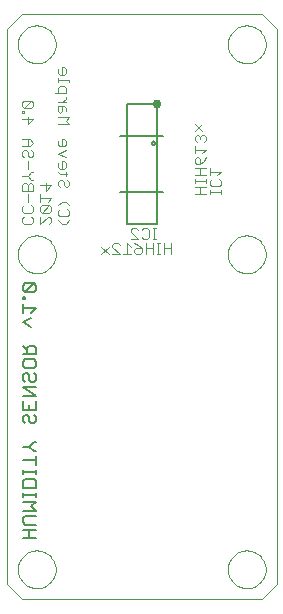
<source format=gbo>
G75*
G70*
%OFA0B0*%
%FSLAX24Y24*%
%IPPOS*%
%LPD*%
%AMOC8*
5,1,8,0,0,1.08239X$1,22.5*
%
%ADD10C,0.0000*%
%ADD11C,0.0040*%
%ADD12C,0.0060*%
%ADD13C,0.0080*%
%ADD14C,0.0300*%
D10*
X001675Y001175D02*
X001175Y001675D01*
X001175Y020175D01*
X001675Y020675D01*
X009675Y020675D01*
X010175Y020175D01*
X010175Y001675D01*
X009675Y001175D01*
X001675Y001175D01*
X001545Y002175D02*
X001547Y002225D01*
X001553Y002275D01*
X001563Y002324D01*
X001577Y002372D01*
X001594Y002419D01*
X001615Y002464D01*
X001640Y002508D01*
X001668Y002549D01*
X001700Y002588D01*
X001734Y002625D01*
X001771Y002659D01*
X001811Y002689D01*
X001853Y002716D01*
X001897Y002740D01*
X001943Y002761D01*
X001990Y002777D01*
X002038Y002790D01*
X002088Y002799D01*
X002137Y002804D01*
X002188Y002805D01*
X002238Y002802D01*
X002287Y002795D01*
X002336Y002784D01*
X002384Y002769D01*
X002430Y002751D01*
X002475Y002729D01*
X002518Y002703D01*
X002559Y002674D01*
X002598Y002642D01*
X002634Y002607D01*
X002666Y002569D01*
X002696Y002529D01*
X002723Y002486D01*
X002746Y002442D01*
X002765Y002396D01*
X002781Y002348D01*
X002793Y002299D01*
X002801Y002250D01*
X002805Y002200D01*
X002805Y002150D01*
X002801Y002100D01*
X002793Y002051D01*
X002781Y002002D01*
X002765Y001954D01*
X002746Y001908D01*
X002723Y001864D01*
X002696Y001821D01*
X002666Y001781D01*
X002634Y001743D01*
X002598Y001708D01*
X002559Y001676D01*
X002518Y001647D01*
X002475Y001621D01*
X002430Y001599D01*
X002384Y001581D01*
X002336Y001566D01*
X002287Y001555D01*
X002238Y001548D01*
X002188Y001545D01*
X002137Y001546D01*
X002088Y001551D01*
X002038Y001560D01*
X001990Y001573D01*
X001943Y001589D01*
X001897Y001610D01*
X001853Y001634D01*
X001811Y001661D01*
X001771Y001691D01*
X001734Y001725D01*
X001700Y001762D01*
X001668Y001801D01*
X001640Y001842D01*
X001615Y001886D01*
X001594Y001931D01*
X001577Y001978D01*
X001563Y002026D01*
X001553Y002075D01*
X001547Y002125D01*
X001545Y002175D01*
X001545Y012675D02*
X001547Y012725D01*
X001553Y012775D01*
X001563Y012824D01*
X001577Y012872D01*
X001594Y012919D01*
X001615Y012964D01*
X001640Y013008D01*
X001668Y013049D01*
X001700Y013088D01*
X001734Y013125D01*
X001771Y013159D01*
X001811Y013189D01*
X001853Y013216D01*
X001897Y013240D01*
X001943Y013261D01*
X001990Y013277D01*
X002038Y013290D01*
X002088Y013299D01*
X002137Y013304D01*
X002188Y013305D01*
X002238Y013302D01*
X002287Y013295D01*
X002336Y013284D01*
X002384Y013269D01*
X002430Y013251D01*
X002475Y013229D01*
X002518Y013203D01*
X002559Y013174D01*
X002598Y013142D01*
X002634Y013107D01*
X002666Y013069D01*
X002696Y013029D01*
X002723Y012986D01*
X002746Y012942D01*
X002765Y012896D01*
X002781Y012848D01*
X002793Y012799D01*
X002801Y012750D01*
X002805Y012700D01*
X002805Y012650D01*
X002801Y012600D01*
X002793Y012551D01*
X002781Y012502D01*
X002765Y012454D01*
X002746Y012408D01*
X002723Y012364D01*
X002696Y012321D01*
X002666Y012281D01*
X002634Y012243D01*
X002598Y012208D01*
X002559Y012176D01*
X002518Y012147D01*
X002475Y012121D01*
X002430Y012099D01*
X002384Y012081D01*
X002336Y012066D01*
X002287Y012055D01*
X002238Y012048D01*
X002188Y012045D01*
X002137Y012046D01*
X002088Y012051D01*
X002038Y012060D01*
X001990Y012073D01*
X001943Y012089D01*
X001897Y012110D01*
X001853Y012134D01*
X001811Y012161D01*
X001771Y012191D01*
X001734Y012225D01*
X001700Y012262D01*
X001668Y012301D01*
X001640Y012342D01*
X001615Y012386D01*
X001594Y012431D01*
X001577Y012478D01*
X001563Y012526D01*
X001553Y012575D01*
X001547Y012625D01*
X001545Y012675D01*
X001545Y019675D02*
X001547Y019725D01*
X001553Y019775D01*
X001563Y019824D01*
X001577Y019872D01*
X001594Y019919D01*
X001615Y019964D01*
X001640Y020008D01*
X001668Y020049D01*
X001700Y020088D01*
X001734Y020125D01*
X001771Y020159D01*
X001811Y020189D01*
X001853Y020216D01*
X001897Y020240D01*
X001943Y020261D01*
X001990Y020277D01*
X002038Y020290D01*
X002088Y020299D01*
X002137Y020304D01*
X002188Y020305D01*
X002238Y020302D01*
X002287Y020295D01*
X002336Y020284D01*
X002384Y020269D01*
X002430Y020251D01*
X002475Y020229D01*
X002518Y020203D01*
X002559Y020174D01*
X002598Y020142D01*
X002634Y020107D01*
X002666Y020069D01*
X002696Y020029D01*
X002723Y019986D01*
X002746Y019942D01*
X002765Y019896D01*
X002781Y019848D01*
X002793Y019799D01*
X002801Y019750D01*
X002805Y019700D01*
X002805Y019650D01*
X002801Y019600D01*
X002793Y019551D01*
X002781Y019502D01*
X002765Y019454D01*
X002746Y019408D01*
X002723Y019364D01*
X002696Y019321D01*
X002666Y019281D01*
X002634Y019243D01*
X002598Y019208D01*
X002559Y019176D01*
X002518Y019147D01*
X002475Y019121D01*
X002430Y019099D01*
X002384Y019081D01*
X002336Y019066D01*
X002287Y019055D01*
X002238Y019048D01*
X002188Y019045D01*
X002137Y019046D01*
X002088Y019051D01*
X002038Y019060D01*
X001990Y019073D01*
X001943Y019089D01*
X001897Y019110D01*
X001853Y019134D01*
X001811Y019161D01*
X001771Y019191D01*
X001734Y019225D01*
X001700Y019262D01*
X001668Y019301D01*
X001640Y019342D01*
X001615Y019386D01*
X001594Y019431D01*
X001577Y019478D01*
X001563Y019526D01*
X001553Y019575D01*
X001547Y019625D01*
X001545Y019675D01*
X008545Y019675D02*
X008547Y019725D01*
X008553Y019775D01*
X008563Y019824D01*
X008577Y019872D01*
X008594Y019919D01*
X008615Y019964D01*
X008640Y020008D01*
X008668Y020049D01*
X008700Y020088D01*
X008734Y020125D01*
X008771Y020159D01*
X008811Y020189D01*
X008853Y020216D01*
X008897Y020240D01*
X008943Y020261D01*
X008990Y020277D01*
X009038Y020290D01*
X009088Y020299D01*
X009137Y020304D01*
X009188Y020305D01*
X009238Y020302D01*
X009287Y020295D01*
X009336Y020284D01*
X009384Y020269D01*
X009430Y020251D01*
X009475Y020229D01*
X009518Y020203D01*
X009559Y020174D01*
X009598Y020142D01*
X009634Y020107D01*
X009666Y020069D01*
X009696Y020029D01*
X009723Y019986D01*
X009746Y019942D01*
X009765Y019896D01*
X009781Y019848D01*
X009793Y019799D01*
X009801Y019750D01*
X009805Y019700D01*
X009805Y019650D01*
X009801Y019600D01*
X009793Y019551D01*
X009781Y019502D01*
X009765Y019454D01*
X009746Y019408D01*
X009723Y019364D01*
X009696Y019321D01*
X009666Y019281D01*
X009634Y019243D01*
X009598Y019208D01*
X009559Y019176D01*
X009518Y019147D01*
X009475Y019121D01*
X009430Y019099D01*
X009384Y019081D01*
X009336Y019066D01*
X009287Y019055D01*
X009238Y019048D01*
X009188Y019045D01*
X009137Y019046D01*
X009088Y019051D01*
X009038Y019060D01*
X008990Y019073D01*
X008943Y019089D01*
X008897Y019110D01*
X008853Y019134D01*
X008811Y019161D01*
X008771Y019191D01*
X008734Y019225D01*
X008700Y019262D01*
X008668Y019301D01*
X008640Y019342D01*
X008615Y019386D01*
X008594Y019431D01*
X008577Y019478D01*
X008563Y019526D01*
X008553Y019575D01*
X008547Y019625D01*
X008545Y019675D01*
X008545Y012675D02*
X008547Y012725D01*
X008553Y012775D01*
X008563Y012824D01*
X008577Y012872D01*
X008594Y012919D01*
X008615Y012964D01*
X008640Y013008D01*
X008668Y013049D01*
X008700Y013088D01*
X008734Y013125D01*
X008771Y013159D01*
X008811Y013189D01*
X008853Y013216D01*
X008897Y013240D01*
X008943Y013261D01*
X008990Y013277D01*
X009038Y013290D01*
X009088Y013299D01*
X009137Y013304D01*
X009188Y013305D01*
X009238Y013302D01*
X009287Y013295D01*
X009336Y013284D01*
X009384Y013269D01*
X009430Y013251D01*
X009475Y013229D01*
X009518Y013203D01*
X009559Y013174D01*
X009598Y013142D01*
X009634Y013107D01*
X009666Y013069D01*
X009696Y013029D01*
X009723Y012986D01*
X009746Y012942D01*
X009765Y012896D01*
X009781Y012848D01*
X009793Y012799D01*
X009801Y012750D01*
X009805Y012700D01*
X009805Y012650D01*
X009801Y012600D01*
X009793Y012551D01*
X009781Y012502D01*
X009765Y012454D01*
X009746Y012408D01*
X009723Y012364D01*
X009696Y012321D01*
X009666Y012281D01*
X009634Y012243D01*
X009598Y012208D01*
X009559Y012176D01*
X009518Y012147D01*
X009475Y012121D01*
X009430Y012099D01*
X009384Y012081D01*
X009336Y012066D01*
X009287Y012055D01*
X009238Y012048D01*
X009188Y012045D01*
X009137Y012046D01*
X009088Y012051D01*
X009038Y012060D01*
X008990Y012073D01*
X008943Y012089D01*
X008897Y012110D01*
X008853Y012134D01*
X008811Y012161D01*
X008771Y012191D01*
X008734Y012225D01*
X008700Y012262D01*
X008668Y012301D01*
X008640Y012342D01*
X008615Y012386D01*
X008594Y012431D01*
X008577Y012478D01*
X008563Y012526D01*
X008553Y012575D01*
X008547Y012625D01*
X008545Y012675D01*
X008545Y002175D02*
X008547Y002225D01*
X008553Y002275D01*
X008563Y002324D01*
X008577Y002372D01*
X008594Y002419D01*
X008615Y002464D01*
X008640Y002508D01*
X008668Y002549D01*
X008700Y002588D01*
X008734Y002625D01*
X008771Y002659D01*
X008811Y002689D01*
X008853Y002716D01*
X008897Y002740D01*
X008943Y002761D01*
X008990Y002777D01*
X009038Y002790D01*
X009088Y002799D01*
X009137Y002804D01*
X009188Y002805D01*
X009238Y002802D01*
X009287Y002795D01*
X009336Y002784D01*
X009384Y002769D01*
X009430Y002751D01*
X009475Y002729D01*
X009518Y002703D01*
X009559Y002674D01*
X009598Y002642D01*
X009634Y002607D01*
X009666Y002569D01*
X009696Y002529D01*
X009723Y002486D01*
X009746Y002442D01*
X009765Y002396D01*
X009781Y002348D01*
X009793Y002299D01*
X009801Y002250D01*
X009805Y002200D01*
X009805Y002150D01*
X009801Y002100D01*
X009793Y002051D01*
X009781Y002002D01*
X009765Y001954D01*
X009746Y001908D01*
X009723Y001864D01*
X009696Y001821D01*
X009666Y001781D01*
X009634Y001743D01*
X009598Y001708D01*
X009559Y001676D01*
X009518Y001647D01*
X009475Y001621D01*
X009430Y001599D01*
X009384Y001581D01*
X009336Y001566D01*
X009287Y001555D01*
X009238Y001548D01*
X009188Y001545D01*
X009137Y001546D01*
X009088Y001551D01*
X009038Y001560D01*
X008990Y001573D01*
X008943Y001589D01*
X008897Y001610D01*
X008853Y001634D01*
X008811Y001661D01*
X008771Y001691D01*
X008734Y001725D01*
X008700Y001762D01*
X008668Y001801D01*
X008640Y001842D01*
X008615Y001886D01*
X008594Y001931D01*
X008577Y001978D01*
X008563Y002026D01*
X008553Y002075D01*
X008547Y002125D01*
X008545Y002175D01*
D11*
X006655Y012695D02*
X006655Y013055D01*
X006655Y012875D02*
X006415Y012875D01*
X006415Y013055D02*
X006415Y012695D01*
X006287Y012695D02*
X006167Y012695D01*
X006227Y012695D02*
X006227Y013055D01*
X006287Y013055D02*
X006167Y013055D01*
X006041Y013055D02*
X006041Y012695D01*
X006041Y012875D02*
X005801Y012875D01*
X005801Y013055D02*
X005801Y012695D01*
X005673Y012755D02*
X005613Y012695D01*
X005493Y012695D01*
X005433Y012755D01*
X005433Y012815D01*
X005493Y012875D01*
X005673Y012875D01*
X005673Y012755D01*
X005673Y012875D02*
X005553Y012995D01*
X005433Y013055D01*
X005305Y012935D02*
X005184Y013055D01*
X005184Y012695D01*
X005064Y012695D02*
X005305Y012695D01*
X005301Y013195D02*
X005541Y013195D01*
X005301Y013435D01*
X005301Y013495D01*
X005361Y013555D01*
X005481Y013555D01*
X005541Y013495D01*
X005669Y013495D02*
X005729Y013555D01*
X005849Y013555D01*
X005909Y013495D01*
X005909Y013255D01*
X005849Y013195D01*
X005729Y013195D01*
X005669Y013255D01*
X006035Y013195D02*
X006155Y013195D01*
X006095Y013195D02*
X006095Y013555D01*
X006155Y013555D02*
X006035Y013555D01*
X004936Y012995D02*
X004876Y013055D01*
X004756Y013055D01*
X004696Y012995D01*
X004696Y012935D01*
X004936Y012695D01*
X004696Y012695D01*
X004568Y012695D02*
X004328Y012935D01*
X004568Y012935D02*
X004328Y012695D01*
X003255Y013815D02*
X003135Y013695D01*
X003015Y013695D01*
X002895Y013815D01*
X002955Y013941D02*
X002895Y014001D01*
X002895Y014121D01*
X002955Y014181D01*
X002895Y014309D02*
X003015Y014429D01*
X003135Y014429D01*
X003255Y014309D01*
X003195Y014181D02*
X003255Y014121D01*
X003255Y014001D01*
X003195Y013941D01*
X002955Y013941D01*
X002655Y013875D02*
X002655Y013755D01*
X002595Y013695D01*
X002655Y013875D02*
X002595Y013935D01*
X002535Y013935D01*
X002295Y013695D01*
X002295Y013935D01*
X002355Y014063D02*
X002595Y014304D01*
X002355Y014304D01*
X002295Y014243D01*
X002295Y014123D01*
X002355Y014063D01*
X002595Y014063D01*
X002655Y014123D01*
X002655Y014243D01*
X002595Y014304D01*
X002535Y014432D02*
X002655Y014552D01*
X002295Y014552D01*
X002295Y014432D02*
X002295Y014672D01*
X002475Y014800D02*
X002475Y015040D01*
X002295Y014980D02*
X002655Y014980D01*
X002475Y014800D01*
X002055Y014800D02*
X002055Y014980D01*
X001995Y015040D01*
X001935Y015040D01*
X001875Y014980D01*
X001875Y014800D01*
X001875Y014672D02*
X001875Y014432D01*
X001755Y014304D02*
X001695Y014243D01*
X001695Y014123D01*
X001755Y014063D01*
X001995Y014063D01*
X002055Y014123D01*
X002055Y014243D01*
X001995Y014304D01*
X001995Y013935D02*
X002055Y013875D01*
X002055Y013755D01*
X001995Y013695D01*
X001755Y013695D01*
X001695Y013755D01*
X001695Y013875D01*
X001755Y013935D01*
X001695Y014800D02*
X001695Y014980D01*
X001755Y015040D01*
X001815Y015040D01*
X001875Y014980D01*
X001995Y015168D02*
X001875Y015288D01*
X001695Y015288D01*
X001875Y015288D02*
X001995Y015408D01*
X002055Y015408D01*
X002055Y015168D02*
X001995Y015168D01*
X002055Y014800D02*
X001695Y014800D01*
X001875Y015537D02*
X001875Y015777D01*
X001935Y015905D02*
X001875Y015965D01*
X001875Y016085D01*
X001815Y016145D01*
X001755Y016145D01*
X001695Y016085D01*
X001695Y015965D01*
X001755Y015905D01*
X001935Y015905D02*
X001995Y015905D01*
X002055Y015965D01*
X002055Y016085D01*
X001995Y016145D01*
X001935Y016273D02*
X002055Y016393D01*
X001935Y016513D01*
X001695Y016513D01*
X001695Y016273D02*
X001935Y016273D01*
X001875Y016273D02*
X001875Y016513D01*
X001875Y017010D02*
X001875Y017250D01*
X001755Y017378D02*
X001755Y017438D01*
X001695Y017438D01*
X001695Y017378D01*
X001755Y017378D01*
X001755Y017562D02*
X001695Y017622D01*
X001695Y017742D01*
X001755Y017803D01*
X001995Y017803D01*
X001755Y017562D01*
X001995Y017562D01*
X002055Y017622D01*
X002055Y017742D01*
X001995Y017803D01*
X002055Y017190D02*
X001695Y017190D01*
X001875Y017010D02*
X002055Y017190D01*
X002775Y018053D02*
X003135Y018053D01*
X003135Y018234D01*
X003075Y018294D01*
X002955Y018294D01*
X002895Y018234D01*
X002895Y018053D01*
X003135Y017867D02*
X003015Y017746D01*
X002895Y017746D02*
X003135Y017746D01*
X003135Y017867D02*
X003135Y017927D01*
X003075Y017618D02*
X002895Y017618D01*
X002895Y017438D01*
X002955Y017378D01*
X003015Y017438D01*
X003015Y017618D01*
X003075Y017618D02*
X003135Y017558D01*
X003135Y017438D01*
X003255Y017250D02*
X003135Y017130D01*
X003255Y017010D01*
X002895Y017010D01*
X002895Y017250D02*
X003255Y017250D01*
X003075Y016513D02*
X003015Y016513D01*
X003015Y016273D01*
X002955Y016273D02*
X003075Y016273D01*
X003135Y016333D01*
X003135Y016453D01*
X003075Y016513D01*
X002895Y016333D02*
X002955Y016273D01*
X002895Y016333D02*
X002895Y016453D01*
X003135Y016145D02*
X002895Y016025D01*
X003135Y015905D01*
X003075Y015777D02*
X003015Y015777D01*
X003015Y015537D01*
X002955Y015537D02*
X003075Y015537D01*
X003135Y015597D01*
X003135Y015717D01*
X003075Y015777D01*
X002895Y015597D02*
X002955Y015537D01*
X002895Y015597D02*
X002895Y015717D01*
X002895Y015411D02*
X002955Y015351D01*
X003195Y015351D01*
X003135Y015291D02*
X003135Y015411D01*
X003195Y015163D02*
X003255Y015103D01*
X003255Y014983D01*
X003195Y014923D01*
X003135Y014923D01*
X003075Y014983D01*
X003075Y015103D01*
X003015Y015163D01*
X002955Y015163D01*
X002895Y015103D01*
X002895Y014983D01*
X002955Y014923D01*
X002895Y018422D02*
X002895Y018542D01*
X002895Y018482D02*
X003255Y018482D01*
X003255Y018422D01*
X003075Y018667D02*
X003135Y018727D01*
X003135Y018847D01*
X003075Y018907D01*
X003015Y018907D01*
X003015Y018667D01*
X002955Y018667D02*
X003075Y018667D01*
X002955Y018667D02*
X002895Y018727D01*
X002895Y018847D01*
X007445Y017022D02*
X007685Y016782D01*
X007685Y016654D02*
X007625Y016594D01*
X007565Y016654D01*
X007505Y016654D01*
X007445Y016594D01*
X007445Y016474D01*
X007505Y016414D01*
X007445Y016286D02*
X007445Y016045D01*
X007445Y016166D02*
X007805Y016166D01*
X007685Y016045D01*
X007565Y015917D02*
X007625Y015857D01*
X007625Y015677D01*
X007505Y015677D01*
X007445Y015737D01*
X007445Y015857D01*
X007505Y015917D01*
X007565Y015917D01*
X007745Y015797D02*
X007625Y015677D01*
X007625Y015549D02*
X007625Y015309D01*
X007445Y015309D02*
X007805Y015309D01*
X007805Y015183D02*
X007805Y015063D01*
X007805Y015123D02*
X007445Y015123D01*
X007445Y015063D02*
X007445Y015183D01*
X007445Y014935D02*
X007805Y014935D01*
X007625Y014935D02*
X007625Y014695D01*
X007445Y014695D02*
X007805Y014695D01*
X007945Y014695D02*
X007945Y014815D01*
X007945Y014755D02*
X008305Y014755D01*
X008305Y014695D02*
X008305Y014815D01*
X008245Y014941D02*
X008005Y014941D01*
X007945Y015001D01*
X007945Y015121D01*
X008005Y015181D01*
X007945Y015309D02*
X007945Y015549D01*
X007945Y015429D02*
X008305Y015429D01*
X008185Y015309D01*
X008245Y015181D02*
X008305Y015121D01*
X008305Y015001D01*
X008245Y014941D01*
X007805Y015549D02*
X007445Y015549D01*
X007745Y015797D02*
X007805Y015917D01*
X007745Y016414D02*
X007805Y016474D01*
X007805Y016594D01*
X007745Y016654D01*
X007685Y016654D01*
X007625Y016594D02*
X007625Y016534D01*
X007445Y016782D02*
X007685Y017022D01*
D12*
X006385Y016605D02*
X004965Y016605D01*
X005175Y017675D02*
X005175Y013675D01*
X006175Y013675D01*
X006175Y017675D01*
X005175Y017675D01*
X004965Y014745D02*
X006385Y014745D01*
X002145Y011636D02*
X002145Y011489D01*
X002072Y011415D01*
X001778Y011415D01*
X002072Y011709D01*
X001778Y011709D01*
X001705Y011636D01*
X001705Y011489D01*
X001778Y011415D01*
X001778Y011259D02*
X001705Y011259D01*
X001705Y011185D01*
X001778Y011185D01*
X001778Y011259D01*
X001705Y011018D02*
X001705Y010725D01*
X001705Y010872D02*
X002145Y010872D01*
X001999Y010725D01*
X001999Y010558D02*
X001705Y010411D01*
X001999Y010264D01*
X002072Y009637D02*
X001925Y009637D01*
X001852Y009564D01*
X001852Y009344D01*
X001852Y009490D02*
X001705Y009637D01*
X001705Y009344D02*
X002145Y009344D01*
X002145Y009564D01*
X002072Y009637D01*
X002072Y009177D02*
X001778Y009177D01*
X001705Y009103D01*
X001705Y008957D01*
X001778Y008883D01*
X002072Y008883D01*
X002145Y008957D01*
X002145Y009103D01*
X002072Y009177D01*
X002072Y008716D02*
X002145Y008643D01*
X002145Y008496D01*
X002072Y008423D01*
X001999Y008423D01*
X001925Y008496D01*
X001925Y008643D01*
X001852Y008716D01*
X001778Y008716D01*
X001705Y008643D01*
X001705Y008496D01*
X001778Y008423D01*
X001705Y008256D02*
X002145Y008256D01*
X002145Y007962D02*
X001705Y008256D01*
X001705Y007962D02*
X002145Y007962D01*
X002145Y007796D02*
X002145Y007502D01*
X001705Y007502D01*
X001705Y007796D01*
X001925Y007649D02*
X001925Y007502D01*
X001852Y007335D02*
X001778Y007335D01*
X001705Y007262D01*
X001705Y007115D01*
X001778Y007042D01*
X001925Y007115D02*
X001925Y007262D01*
X001852Y007335D01*
X001925Y007115D02*
X001999Y007042D01*
X002072Y007042D01*
X002145Y007115D01*
X002145Y007262D01*
X002072Y007335D01*
X002072Y006414D02*
X002145Y006414D01*
X002072Y006414D02*
X001925Y006268D01*
X001705Y006268D01*
X001925Y006268D02*
X002072Y006121D01*
X002145Y006121D01*
X002145Y005954D02*
X002145Y005660D01*
X002145Y005807D02*
X001705Y005807D01*
X001705Y005500D02*
X001705Y005353D01*
X001705Y005427D02*
X002145Y005427D01*
X002145Y005500D02*
X002145Y005353D01*
X002072Y005187D02*
X002145Y005113D01*
X002145Y004893D01*
X001705Y004893D01*
X001705Y005113D01*
X001778Y005187D01*
X002072Y005187D01*
X002145Y004733D02*
X002145Y004586D01*
X002145Y004660D02*
X001705Y004660D01*
X001705Y004733D02*
X001705Y004586D01*
X001705Y004419D02*
X002145Y004419D01*
X001999Y004273D01*
X002145Y004126D01*
X001705Y004126D01*
X001778Y003959D02*
X002145Y003959D01*
X002145Y003665D02*
X001778Y003665D01*
X001705Y003739D01*
X001705Y003886D01*
X001778Y003959D01*
X001705Y003499D02*
X002145Y003499D01*
X001925Y003499D02*
X001925Y003205D01*
X001705Y003205D02*
X002145Y003205D01*
X002145Y011636D02*
X002072Y011709D01*
D13*
X006008Y016385D02*
X006010Y016400D01*
X006016Y016413D01*
X006025Y016425D01*
X006036Y016434D01*
X006050Y016440D01*
X006065Y016442D01*
X006080Y016440D01*
X006093Y016434D01*
X006105Y016425D01*
X006114Y016414D01*
X006120Y016400D01*
X006122Y016385D01*
X006120Y016370D01*
X006114Y016357D01*
X006105Y016345D01*
X006094Y016336D01*
X006080Y016330D01*
X006065Y016328D01*
X006050Y016330D01*
X006037Y016336D01*
X006025Y016345D01*
X006016Y016356D01*
X006010Y016370D01*
X006008Y016385D01*
D14*
X006175Y017675D03*
M02*

</source>
